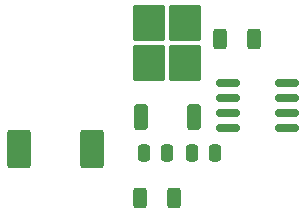
<source format=gtp>
G04 #@! TF.GenerationSoftware,KiCad,Pcbnew,8.0.0*
G04 #@! TF.CreationDate,2024-08-30T12:49:36-05:00*
G04 #@! TF.ProjectId,led_segment,6c65645f-7365-4676-9d65-6e742e6b6963,rev?*
G04 #@! TF.SameCoordinates,Original*
G04 #@! TF.FileFunction,Paste,Top*
G04 #@! TF.FilePolarity,Positive*
%FSLAX46Y46*%
G04 Gerber Fmt 4.6, Leading zero omitted, Abs format (unit mm)*
G04 Created by KiCad (PCBNEW 8.0.0) date 2024-08-30 12:49:36*
%MOMM*%
%LPD*%
G01*
G04 APERTURE LIST*
G04 Aperture macros list*
%AMRoundRect*
0 Rectangle with rounded corners*
0 $1 Rounding radius*
0 $2 $3 $4 $5 $6 $7 $8 $9 X,Y pos of 4 corners*
0 Add a 4 corners polygon primitive as box body*
4,1,4,$2,$3,$4,$5,$6,$7,$8,$9,$2,$3,0*
0 Add four circle primitives for the rounded corners*
1,1,$1+$1,$2,$3*
1,1,$1+$1,$4,$5*
1,1,$1+$1,$6,$7*
1,1,$1+$1,$8,$9*
0 Add four rect primitives between the rounded corners*
20,1,$1+$1,$2,$3,$4,$5,0*
20,1,$1+$1,$4,$5,$6,$7,0*
20,1,$1+$1,$6,$7,$8,$9,0*
20,1,$1+$1,$8,$9,$2,$3,0*%
G04 Aperture macros list end*
%ADD10RoundRect,0.250000X0.312500X0.625000X-0.312500X0.625000X-0.312500X-0.625000X0.312500X-0.625000X0*%
%ADD11RoundRect,0.250000X-0.312500X-0.625000X0.312500X-0.625000X0.312500X0.625000X-0.312500X0.625000X0*%
%ADD12RoundRect,0.250000X-0.250000X-0.475000X0.250000X-0.475000X0.250000X0.475000X-0.250000X0.475000X0*%
%ADD13RoundRect,0.150000X-0.825000X-0.150000X0.825000X-0.150000X0.825000X0.150000X-0.825000X0.150000X0*%
%ADD14RoundRect,0.250000X0.750000X1.400000X-0.750000X1.400000X-0.750000X-1.400000X0.750000X-1.400000X0*%
%ADD15RoundRect,0.250000X0.350000X-0.850000X0.350000X0.850000X-0.350000X0.850000X-0.350000X-0.850000X0*%
%ADD16RoundRect,0.250000X1.125000X-1.275000X1.125000X1.275000X-1.125000X1.275000X-1.125000X-1.275000X0*%
G04 APERTURE END LIST*
D10*
X204000000Y-128100000D03*
X201075000Y-128100000D03*
D11*
X194325000Y-141500000D03*
X197250000Y-141500000D03*
D12*
X194698000Y-137742000D03*
X196598000Y-137742000D03*
D13*
X201797000Y-131773000D03*
X201797000Y-133043000D03*
X201797000Y-134313000D03*
X201797000Y-135583000D03*
X206747000Y-135583000D03*
X206747000Y-134313000D03*
X206747000Y-133043000D03*
X206747000Y-131773000D03*
D12*
X198750000Y-137742000D03*
X200650000Y-137742000D03*
D14*
X184098000Y-137352000D03*
X190298000Y-137352000D03*
D15*
X194378000Y-134694000D03*
D16*
X195133000Y-130069000D03*
X198183000Y-130069000D03*
X195133000Y-126719000D03*
X198183000Y-126719000D03*
D15*
X198938000Y-134694000D03*
M02*

</source>
